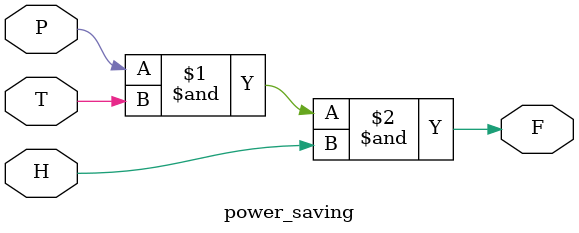
<source format=v>



// Generated by Quartus II 64-Bit Version 12.1 (Build Build 243 01/31/2013)
// Created on Mon Sep 21 02:58:15 2015

//  Module Declaration
module power_saving
(
// {{ALTERA_ARGS_BEGIN}} DO NOT REMOVE THIS LINE!
P, T, H, F
// {{ALTERA_ARGS_END}} DO NOT REMOVE THIS LINE!
);
// Port Declaration

// {{ALTERA_IO_BEGIN}} DO NOT REMOVE THIS LINE!
input P;
input T;
input H;
output F;
// {{ALTERA_IO_END}} DO NOT REMOVE THIS LINE!

assign F= P&T&H;

endmodule

</source>
